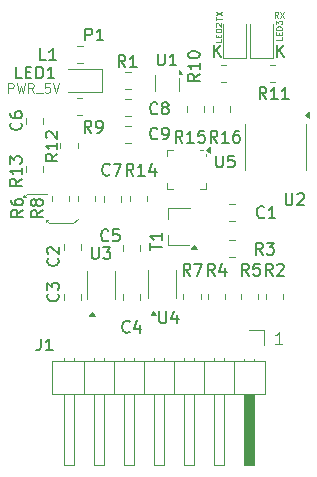
<source format=gbr>
%TF.GenerationSoftware,KiCad,Pcbnew,9.0.4*%
%TF.CreationDate,2025-09-03T14:58:50+05:30*%
%TF.ProjectId,usb-c serieal kicad,7573622d-6320-4736-9572-6965616c206b,rev?*%
%TF.SameCoordinates,Original*%
%TF.FileFunction,Legend,Top*%
%TF.FilePolarity,Positive*%
%FSLAX46Y46*%
G04 Gerber Fmt 4.6, Leading zero omitted, Abs format (unit mm)*
G04 Created by KiCad (PCBNEW 9.0.4) date 2025-09-03 14:58:50*
%MOMM*%
%LPD*%
G01*
G04 APERTURE LIST*
%ADD10C,0.100000*%
%ADD11C,0.200000*%
%ADD12C,0.062500*%
%ADD13C,0.125000*%
%ADD14C,0.150000*%
%ADD15C,0.120000*%
G04 APERTURE END LIST*
D10*
X122249814Y-134741263D02*
X123937918Y-134741263D01*
X126130498Y-137165912D02*
X126586748Y-136845912D01*
X124082998Y-137165912D02*
X126130498Y-137165912D01*
X121950000Y-135000000D02*
X122249814Y-134741263D01*
X122119516Y-135000000D02*
X121950000Y-135000000D01*
X121941081Y-134985349D02*
X122004959Y-134830482D01*
X123844056Y-136879564D02*
X124040460Y-136912730D01*
X123844056Y-136879564D02*
X124082998Y-137165912D01*
X121950000Y-135000000D02*
X122119516Y-135000000D01*
X123844056Y-136879564D02*
X123844056Y-137099687D01*
D11*
X143429673Y-123123765D02*
X143429673Y-122123765D01*
X144001101Y-123123765D02*
X143572530Y-122552336D01*
X144001101Y-122123765D02*
X143429673Y-122695193D01*
X138057541Y-123123765D02*
X138057541Y-122123765D01*
X138628969Y-123123765D02*
X138200398Y-122552336D01*
X138628969Y-122123765D02*
X138057541Y-122695193D01*
D12*
X138238904Y-119999130D02*
X138238904Y-119713416D01*
X138738904Y-119856273D02*
X138238904Y-119856273D01*
X138238904Y-119594369D02*
X138738904Y-119261036D01*
X138238904Y-119261036D02*
X138738904Y-119594369D01*
D13*
X143844140Y-147371119D02*
X143272712Y-147371119D01*
X143558426Y-147371119D02*
X143558426Y-146371119D01*
X143558426Y-146371119D02*
X143463188Y-146513976D01*
X143463188Y-146513976D02*
X143367950Y-146609214D01*
X143367950Y-146609214D02*
X143272712Y-146656833D01*
D12*
X143495879Y-119781283D02*
X143329213Y-119543188D01*
X143210165Y-119781283D02*
X143210165Y-119281283D01*
X143210165Y-119281283D02*
X143400641Y-119281283D01*
X143400641Y-119281283D02*
X143448260Y-119305093D01*
X143448260Y-119305093D02*
X143472070Y-119328902D01*
X143472070Y-119328902D02*
X143495879Y-119376521D01*
X143495879Y-119376521D02*
X143495879Y-119447950D01*
X143495879Y-119447950D02*
X143472070Y-119495569D01*
X143472070Y-119495569D02*
X143448260Y-119519378D01*
X143448260Y-119519378D02*
X143400641Y-119543188D01*
X143400641Y-119543188D02*
X143210165Y-119543188D01*
X143662546Y-119281283D02*
X143995879Y-119781283D01*
X143995879Y-119281283D02*
X143662546Y-119781283D01*
D10*
X120644133Y-126123010D02*
X120644133Y-125323010D01*
X120644133Y-125323010D02*
X120948895Y-125323010D01*
X120948895Y-125323010D02*
X121025085Y-125361105D01*
X121025085Y-125361105D02*
X121063180Y-125399200D01*
X121063180Y-125399200D02*
X121101276Y-125475391D01*
X121101276Y-125475391D02*
X121101276Y-125589676D01*
X121101276Y-125589676D02*
X121063180Y-125665867D01*
X121063180Y-125665867D02*
X121025085Y-125703962D01*
X121025085Y-125703962D02*
X120948895Y-125742057D01*
X120948895Y-125742057D02*
X120644133Y-125742057D01*
X121367942Y-125323010D02*
X121558418Y-126123010D01*
X121558418Y-126123010D02*
X121710799Y-125551581D01*
X121710799Y-125551581D02*
X121863180Y-126123010D01*
X121863180Y-126123010D02*
X122053657Y-125323010D01*
X122815562Y-126123010D02*
X122548895Y-125742057D01*
X122358419Y-126123010D02*
X122358419Y-125323010D01*
X122358419Y-125323010D02*
X122663181Y-125323010D01*
X122663181Y-125323010D02*
X122739371Y-125361105D01*
X122739371Y-125361105D02*
X122777466Y-125399200D01*
X122777466Y-125399200D02*
X122815562Y-125475391D01*
X122815562Y-125475391D02*
X122815562Y-125589676D01*
X122815562Y-125589676D02*
X122777466Y-125665867D01*
X122777466Y-125665867D02*
X122739371Y-125703962D01*
X122739371Y-125703962D02*
X122663181Y-125742057D01*
X122663181Y-125742057D02*
X122358419Y-125742057D01*
X122967943Y-126199200D02*
X123577466Y-126199200D01*
X124148895Y-125323010D02*
X123767943Y-125323010D01*
X123767943Y-125323010D02*
X123729847Y-125703962D01*
X123729847Y-125703962D02*
X123767943Y-125665867D01*
X123767943Y-125665867D02*
X123844133Y-125627772D01*
X123844133Y-125627772D02*
X124034609Y-125627772D01*
X124034609Y-125627772D02*
X124110800Y-125665867D01*
X124110800Y-125665867D02*
X124148895Y-125703962D01*
X124148895Y-125703962D02*
X124186990Y-125780153D01*
X124186990Y-125780153D02*
X124186990Y-125970629D01*
X124186990Y-125970629D02*
X124148895Y-126046819D01*
X124148895Y-126046819D02*
X124110800Y-126084915D01*
X124110800Y-126084915D02*
X124034609Y-126123010D01*
X124034609Y-126123010D02*
X123844133Y-126123010D01*
X123844133Y-126123010D02*
X123767943Y-126084915D01*
X123767943Y-126084915D02*
X123729847Y-126046819D01*
X124415562Y-125323010D02*
X124682229Y-126123010D01*
X124682229Y-126123010D02*
X124948895Y-125323010D01*
D14*
X127182350Y-121700869D02*
X127182350Y-120700869D01*
X127182350Y-120700869D02*
X127563302Y-120700869D01*
X127563302Y-120700869D02*
X127658540Y-120748488D01*
X127658540Y-120748488D02*
X127706159Y-120796107D01*
X127706159Y-120796107D02*
X127753778Y-120891345D01*
X127753778Y-120891345D02*
X127753778Y-121034202D01*
X127753778Y-121034202D02*
X127706159Y-121129440D01*
X127706159Y-121129440D02*
X127658540Y-121177059D01*
X127658540Y-121177059D02*
X127563302Y-121224678D01*
X127563302Y-121224678D02*
X127182350Y-121224678D01*
X128706159Y-121700869D02*
X128134731Y-121700869D01*
X128420445Y-121700869D02*
X128420445Y-120700869D01*
X128420445Y-120700869D02*
X128325207Y-120843726D01*
X128325207Y-120843726D02*
X128229969Y-120938964D01*
X128229969Y-120938964D02*
X128134731Y-120986583D01*
D10*
X138704546Y-121627180D02*
X138704546Y-121865275D01*
X138704546Y-121865275D02*
X138204546Y-121865275D01*
X138442641Y-121460513D02*
X138442641Y-121293846D01*
X138704546Y-121222418D02*
X138704546Y-121460513D01*
X138704546Y-121460513D02*
X138204546Y-121460513D01*
X138204546Y-121460513D02*
X138204546Y-121222418D01*
X138704546Y-121008132D02*
X138204546Y-121008132D01*
X138204546Y-121008132D02*
X138204546Y-120889084D01*
X138204546Y-120889084D02*
X138228356Y-120817656D01*
X138228356Y-120817656D02*
X138275975Y-120770037D01*
X138275975Y-120770037D02*
X138323594Y-120746227D01*
X138323594Y-120746227D02*
X138418832Y-120722418D01*
X138418832Y-120722418D02*
X138490260Y-120722418D01*
X138490260Y-120722418D02*
X138585498Y-120746227D01*
X138585498Y-120746227D02*
X138633117Y-120770037D01*
X138633117Y-120770037D02*
X138680737Y-120817656D01*
X138680737Y-120817656D02*
X138704546Y-120889084D01*
X138704546Y-120889084D02*
X138704546Y-121008132D01*
X138252165Y-120531941D02*
X138228356Y-120508132D01*
X138228356Y-120508132D02*
X138204546Y-120460513D01*
X138204546Y-120460513D02*
X138204546Y-120341465D01*
X138204546Y-120341465D02*
X138228356Y-120293846D01*
X138228356Y-120293846D02*
X138252165Y-120270037D01*
X138252165Y-120270037D02*
X138299784Y-120246227D01*
X138299784Y-120246227D02*
X138347403Y-120246227D01*
X138347403Y-120246227D02*
X138418832Y-120270037D01*
X138418832Y-120270037D02*
X138704546Y-120555751D01*
X138704546Y-120555751D02*
X138704546Y-120246227D01*
D14*
X121804092Y-124932793D02*
X121327902Y-124932793D01*
X121327902Y-124932793D02*
X121327902Y-123932793D01*
X122137426Y-124408983D02*
X122470759Y-124408983D01*
X122613616Y-124932793D02*
X122137426Y-124932793D01*
X122137426Y-124932793D02*
X122137426Y-123932793D01*
X122137426Y-123932793D02*
X122613616Y-123932793D01*
X123042188Y-124932793D02*
X123042188Y-123932793D01*
X123042188Y-123932793D02*
X123280283Y-123932793D01*
X123280283Y-123932793D02*
X123423140Y-123980412D01*
X123423140Y-123980412D02*
X123518378Y-124075650D01*
X123518378Y-124075650D02*
X123565997Y-124170888D01*
X123565997Y-124170888D02*
X123613616Y-124361364D01*
X123613616Y-124361364D02*
X123613616Y-124504221D01*
X123613616Y-124504221D02*
X123565997Y-124694697D01*
X123565997Y-124694697D02*
X123518378Y-124789935D01*
X123518378Y-124789935D02*
X123423140Y-124885174D01*
X123423140Y-124885174D02*
X123280283Y-124932793D01*
X123280283Y-124932793D02*
X123042188Y-124932793D01*
X124565997Y-124932793D02*
X123994569Y-124932793D01*
X124280283Y-124932793D02*
X124280283Y-123932793D01*
X124280283Y-123932793D02*
X124185045Y-124075650D01*
X124185045Y-124075650D02*
X124089807Y-124170888D01*
X124089807Y-124170888D02*
X123994569Y-124218507D01*
X124859580Y-140166666D02*
X124907200Y-140214285D01*
X124907200Y-140214285D02*
X124954819Y-140357142D01*
X124954819Y-140357142D02*
X124954819Y-140452380D01*
X124954819Y-140452380D02*
X124907200Y-140595237D01*
X124907200Y-140595237D02*
X124811961Y-140690475D01*
X124811961Y-140690475D02*
X124716723Y-140738094D01*
X124716723Y-140738094D02*
X124526247Y-140785713D01*
X124526247Y-140785713D02*
X124383390Y-140785713D01*
X124383390Y-140785713D02*
X124192914Y-140738094D01*
X124192914Y-140738094D02*
X124097676Y-140690475D01*
X124097676Y-140690475D02*
X124002438Y-140595237D01*
X124002438Y-140595237D02*
X123954819Y-140452380D01*
X123954819Y-140452380D02*
X123954819Y-140357142D01*
X123954819Y-140357142D02*
X124002438Y-140214285D01*
X124002438Y-140214285D02*
X124050057Y-140166666D01*
X124050057Y-139785713D02*
X124002438Y-139738094D01*
X124002438Y-139738094D02*
X123954819Y-139642856D01*
X123954819Y-139642856D02*
X123954819Y-139404761D01*
X123954819Y-139404761D02*
X124002438Y-139309523D01*
X124002438Y-139309523D02*
X124050057Y-139261904D01*
X124050057Y-139261904D02*
X124145295Y-139214285D01*
X124145295Y-139214285D02*
X124240533Y-139214285D01*
X124240533Y-139214285D02*
X124383390Y-139261904D01*
X124383390Y-139261904D02*
X124954819Y-139833332D01*
X124954819Y-139833332D02*
X124954819Y-139214285D01*
X121784930Y-133429101D02*
X121308739Y-133762434D01*
X121784930Y-134000529D02*
X120784930Y-134000529D01*
X120784930Y-134000529D02*
X120784930Y-133619577D01*
X120784930Y-133619577D02*
X120832549Y-133524339D01*
X120832549Y-133524339D02*
X120880168Y-133476720D01*
X120880168Y-133476720D02*
X120975406Y-133429101D01*
X120975406Y-133429101D02*
X121118263Y-133429101D01*
X121118263Y-133429101D02*
X121213501Y-133476720D01*
X121213501Y-133476720D02*
X121261120Y-133524339D01*
X121261120Y-133524339D02*
X121308739Y-133619577D01*
X121308739Y-133619577D02*
X121308739Y-134000529D01*
X121784930Y-132476720D02*
X121784930Y-133048148D01*
X121784930Y-132762434D02*
X120784930Y-132762434D01*
X120784930Y-132762434D02*
X120927787Y-132857672D01*
X120927787Y-132857672D02*
X121023025Y-132952910D01*
X121023025Y-132952910D02*
X121070644Y-133048148D01*
X120784930Y-132143386D02*
X120784930Y-131524339D01*
X120784930Y-131524339D02*
X121165882Y-131857672D01*
X121165882Y-131857672D02*
X121165882Y-131714815D01*
X121165882Y-131714815D02*
X121213501Y-131619577D01*
X121213501Y-131619577D02*
X121261120Y-131571958D01*
X121261120Y-131571958D02*
X121356358Y-131524339D01*
X121356358Y-131524339D02*
X121594453Y-131524339D01*
X121594453Y-131524339D02*
X121689691Y-131571958D01*
X121689691Y-131571958D02*
X121737311Y-131619577D01*
X121737311Y-131619577D02*
X121784930Y-131714815D01*
X121784930Y-131714815D02*
X121784930Y-132000529D01*
X121784930Y-132000529D02*
X121737311Y-132095767D01*
X121737311Y-132095767D02*
X121689691Y-132143386D01*
X129233333Y-133059580D02*
X129185714Y-133107200D01*
X129185714Y-133107200D02*
X129042857Y-133154819D01*
X129042857Y-133154819D02*
X128947619Y-133154819D01*
X128947619Y-133154819D02*
X128804762Y-133107200D01*
X128804762Y-133107200D02*
X128709524Y-133011961D01*
X128709524Y-133011961D02*
X128661905Y-132916723D01*
X128661905Y-132916723D02*
X128614286Y-132726247D01*
X128614286Y-132726247D02*
X128614286Y-132583390D01*
X128614286Y-132583390D02*
X128661905Y-132392914D01*
X128661905Y-132392914D02*
X128709524Y-132297676D01*
X128709524Y-132297676D02*
X128804762Y-132202438D01*
X128804762Y-132202438D02*
X128947619Y-132154819D01*
X128947619Y-132154819D02*
X129042857Y-132154819D01*
X129042857Y-132154819D02*
X129185714Y-132202438D01*
X129185714Y-132202438D02*
X129233333Y-132250057D01*
X129566667Y-132154819D02*
X130233333Y-132154819D01*
X130233333Y-132154819D02*
X129804762Y-133154819D01*
X133456775Y-144652867D02*
X133456775Y-145462390D01*
X133456775Y-145462390D02*
X133504394Y-145557628D01*
X133504394Y-145557628D02*
X133552013Y-145605248D01*
X133552013Y-145605248D02*
X133647251Y-145652867D01*
X133647251Y-145652867D02*
X133837727Y-145652867D01*
X133837727Y-145652867D02*
X133932965Y-145605248D01*
X133932965Y-145605248D02*
X133980584Y-145557628D01*
X133980584Y-145557628D02*
X134028203Y-145462390D01*
X134028203Y-145462390D02*
X134028203Y-144652867D01*
X134932965Y-144986200D02*
X134932965Y-145652867D01*
X134694870Y-144605248D02*
X134456775Y-145319533D01*
X134456775Y-145319533D02*
X135075822Y-145319533D01*
X143033333Y-141616249D02*
X142700000Y-141140058D01*
X142461905Y-141616249D02*
X142461905Y-140616249D01*
X142461905Y-140616249D02*
X142842857Y-140616249D01*
X142842857Y-140616249D02*
X142938095Y-140663868D01*
X142938095Y-140663868D02*
X142985714Y-140711487D01*
X142985714Y-140711487D02*
X143033333Y-140806725D01*
X143033333Y-140806725D02*
X143033333Y-140949582D01*
X143033333Y-140949582D02*
X142985714Y-141044820D01*
X142985714Y-141044820D02*
X142938095Y-141092439D01*
X142938095Y-141092439D02*
X142842857Y-141140058D01*
X142842857Y-141140058D02*
X142461905Y-141140058D01*
X143414286Y-140711487D02*
X143461905Y-140663868D01*
X143461905Y-140663868D02*
X143557143Y-140616249D01*
X143557143Y-140616249D02*
X143795238Y-140616249D01*
X143795238Y-140616249D02*
X143890476Y-140663868D01*
X143890476Y-140663868D02*
X143938095Y-140711487D01*
X143938095Y-140711487D02*
X143985714Y-140806725D01*
X143985714Y-140806725D02*
X143985714Y-140901963D01*
X143985714Y-140901963D02*
X143938095Y-141044820D01*
X143938095Y-141044820D02*
X143366667Y-141616249D01*
X143366667Y-141616249D02*
X143985714Y-141616249D01*
X124818852Y-131306890D02*
X124342661Y-131640223D01*
X124818852Y-131878318D02*
X123818852Y-131878318D01*
X123818852Y-131878318D02*
X123818852Y-131497366D01*
X123818852Y-131497366D02*
X123866471Y-131402128D01*
X123866471Y-131402128D02*
X123914090Y-131354509D01*
X123914090Y-131354509D02*
X124009328Y-131306890D01*
X124009328Y-131306890D02*
X124152185Y-131306890D01*
X124152185Y-131306890D02*
X124247423Y-131354509D01*
X124247423Y-131354509D02*
X124295042Y-131402128D01*
X124295042Y-131402128D02*
X124342661Y-131497366D01*
X124342661Y-131497366D02*
X124342661Y-131878318D01*
X124818852Y-130354509D02*
X124818852Y-130925937D01*
X124818852Y-130640223D02*
X123818852Y-130640223D01*
X123818852Y-130640223D02*
X123961709Y-130735461D01*
X123961709Y-130735461D02*
X124056947Y-130830699D01*
X124056947Y-130830699D02*
X124104566Y-130925937D01*
X123914090Y-129973556D02*
X123866471Y-129925937D01*
X123866471Y-129925937D02*
X123818852Y-129830699D01*
X123818852Y-129830699D02*
X123818852Y-129592604D01*
X123818852Y-129592604D02*
X123866471Y-129497366D01*
X123866471Y-129497366D02*
X123914090Y-129449747D01*
X123914090Y-129449747D02*
X124009328Y-129402128D01*
X124009328Y-129402128D02*
X124104566Y-129402128D01*
X124104566Y-129402128D02*
X124247423Y-129449747D01*
X124247423Y-129449747D02*
X124818852Y-130021175D01*
X124818852Y-130021175D02*
X124818852Y-129402128D01*
D10*
X143824994Y-121429968D02*
X143824994Y-121668063D01*
X143824994Y-121668063D02*
X143324994Y-121668063D01*
X143563089Y-121263301D02*
X143563089Y-121096634D01*
X143824994Y-121025206D02*
X143824994Y-121263301D01*
X143824994Y-121263301D02*
X143324994Y-121263301D01*
X143324994Y-121263301D02*
X143324994Y-121025206D01*
X143824994Y-120810920D02*
X143324994Y-120810920D01*
X143324994Y-120810920D02*
X143324994Y-120691872D01*
X143324994Y-120691872D02*
X143348804Y-120620444D01*
X143348804Y-120620444D02*
X143396423Y-120572825D01*
X143396423Y-120572825D02*
X143444042Y-120549015D01*
X143444042Y-120549015D02*
X143539280Y-120525206D01*
X143539280Y-120525206D02*
X143610708Y-120525206D01*
X143610708Y-120525206D02*
X143705946Y-120549015D01*
X143705946Y-120549015D02*
X143753565Y-120572825D01*
X143753565Y-120572825D02*
X143801185Y-120620444D01*
X143801185Y-120620444D02*
X143824994Y-120691872D01*
X143824994Y-120691872D02*
X143824994Y-120810920D01*
X143324994Y-120358539D02*
X143324994Y-120049015D01*
X143324994Y-120049015D02*
X143515470Y-120215682D01*
X143515470Y-120215682D02*
X143515470Y-120144253D01*
X143515470Y-120144253D02*
X143539280Y-120096634D01*
X143539280Y-120096634D02*
X143563089Y-120072825D01*
X143563089Y-120072825D02*
X143610708Y-120049015D01*
X143610708Y-120049015D02*
X143729756Y-120049015D01*
X143729756Y-120049015D02*
X143777375Y-120072825D01*
X143777375Y-120072825D02*
X143801185Y-120096634D01*
X143801185Y-120096634D02*
X143824994Y-120144253D01*
X143824994Y-120144253D02*
X143824994Y-120287110D01*
X143824994Y-120287110D02*
X143801185Y-120334729D01*
X143801185Y-120334729D02*
X143777375Y-120358539D01*
D14*
X136857049Y-124542857D02*
X136380858Y-124876190D01*
X136857049Y-125114285D02*
X135857049Y-125114285D01*
X135857049Y-125114285D02*
X135857049Y-124733333D01*
X135857049Y-124733333D02*
X135904668Y-124638095D01*
X135904668Y-124638095D02*
X135952287Y-124590476D01*
X135952287Y-124590476D02*
X136047525Y-124542857D01*
X136047525Y-124542857D02*
X136190382Y-124542857D01*
X136190382Y-124542857D02*
X136285620Y-124590476D01*
X136285620Y-124590476D02*
X136333239Y-124638095D01*
X136333239Y-124638095D02*
X136380858Y-124733333D01*
X136380858Y-124733333D02*
X136380858Y-125114285D01*
X136857049Y-123590476D02*
X136857049Y-124161904D01*
X136857049Y-123876190D02*
X135857049Y-123876190D01*
X135857049Y-123876190D02*
X135999906Y-123971428D01*
X135999906Y-123971428D02*
X136095144Y-124066666D01*
X136095144Y-124066666D02*
X136142763Y-124161904D01*
X135857049Y-122971428D02*
X135857049Y-122876190D01*
X135857049Y-122876190D02*
X135904668Y-122780952D01*
X135904668Y-122780952D02*
X135952287Y-122733333D01*
X135952287Y-122733333D02*
X136047525Y-122685714D01*
X136047525Y-122685714D02*
X136238001Y-122638095D01*
X136238001Y-122638095D02*
X136476096Y-122638095D01*
X136476096Y-122638095D02*
X136666572Y-122685714D01*
X136666572Y-122685714D02*
X136761810Y-122733333D01*
X136761810Y-122733333D02*
X136809430Y-122780952D01*
X136809430Y-122780952D02*
X136857049Y-122876190D01*
X136857049Y-122876190D02*
X136857049Y-122971428D01*
X136857049Y-122971428D02*
X136809430Y-123066666D01*
X136809430Y-123066666D02*
X136761810Y-123114285D01*
X136761810Y-123114285D02*
X136666572Y-123161904D01*
X136666572Y-123161904D02*
X136476096Y-123209523D01*
X136476096Y-123209523D02*
X136238001Y-123209523D01*
X136238001Y-123209523D02*
X136047525Y-123161904D01*
X136047525Y-123161904D02*
X135952287Y-123114285D01*
X135952287Y-123114285D02*
X135904668Y-123066666D01*
X135904668Y-123066666D02*
X135857049Y-122971428D01*
X133273296Y-127859580D02*
X133225677Y-127907200D01*
X133225677Y-127907200D02*
X133082820Y-127954819D01*
X133082820Y-127954819D02*
X132987582Y-127954819D01*
X132987582Y-127954819D02*
X132844725Y-127907200D01*
X132844725Y-127907200D02*
X132749487Y-127811961D01*
X132749487Y-127811961D02*
X132701868Y-127716723D01*
X132701868Y-127716723D02*
X132654249Y-127526247D01*
X132654249Y-127526247D02*
X132654249Y-127383390D01*
X132654249Y-127383390D02*
X132701868Y-127192914D01*
X132701868Y-127192914D02*
X132749487Y-127097676D01*
X132749487Y-127097676D02*
X132844725Y-127002438D01*
X132844725Y-127002438D02*
X132987582Y-126954819D01*
X132987582Y-126954819D02*
X133082820Y-126954819D01*
X133082820Y-126954819D02*
X133225677Y-127002438D01*
X133225677Y-127002438D02*
X133273296Y-127050057D01*
X133844725Y-127383390D02*
X133749487Y-127335771D01*
X133749487Y-127335771D02*
X133701868Y-127288152D01*
X133701868Y-127288152D02*
X133654249Y-127192914D01*
X133654249Y-127192914D02*
X133654249Y-127145295D01*
X133654249Y-127145295D02*
X133701868Y-127050057D01*
X133701868Y-127050057D02*
X133749487Y-127002438D01*
X133749487Y-127002438D02*
X133844725Y-126954819D01*
X133844725Y-126954819D02*
X134035201Y-126954819D01*
X134035201Y-126954819D02*
X134130439Y-127002438D01*
X134130439Y-127002438D02*
X134178058Y-127050057D01*
X134178058Y-127050057D02*
X134225677Y-127145295D01*
X134225677Y-127145295D02*
X134225677Y-127192914D01*
X134225677Y-127192914D02*
X134178058Y-127288152D01*
X134178058Y-127288152D02*
X134130439Y-127335771D01*
X134130439Y-127335771D02*
X134035201Y-127383390D01*
X134035201Y-127383390D02*
X133844725Y-127383390D01*
X133844725Y-127383390D02*
X133749487Y-127431009D01*
X133749487Y-127431009D02*
X133701868Y-127478628D01*
X133701868Y-127478628D02*
X133654249Y-127573866D01*
X133654249Y-127573866D02*
X133654249Y-127764342D01*
X133654249Y-127764342D02*
X133701868Y-127859580D01*
X133701868Y-127859580D02*
X133749487Y-127907200D01*
X133749487Y-127907200D02*
X133844725Y-127954819D01*
X133844725Y-127954819D02*
X134035201Y-127954819D01*
X134035201Y-127954819D02*
X134130439Y-127907200D01*
X134130439Y-127907200D02*
X134178058Y-127859580D01*
X134178058Y-127859580D02*
X134225677Y-127764342D01*
X134225677Y-127764342D02*
X134225677Y-127573866D01*
X134225677Y-127573866D02*
X134178058Y-127478628D01*
X134178058Y-127478628D02*
X134130439Y-127431009D01*
X134130439Y-127431009D02*
X134035201Y-127383390D01*
X123416666Y-146954819D02*
X123416666Y-147669104D01*
X123416666Y-147669104D02*
X123369047Y-147811961D01*
X123369047Y-147811961D02*
X123273809Y-147907200D01*
X123273809Y-147907200D02*
X123130952Y-147954819D01*
X123130952Y-147954819D02*
X123035714Y-147954819D01*
X124416666Y-147954819D02*
X123845238Y-147954819D01*
X124130952Y-147954819D02*
X124130952Y-146954819D01*
X124130952Y-146954819D02*
X124035714Y-147097676D01*
X124035714Y-147097676D02*
X123940476Y-147192914D01*
X123940476Y-147192914D02*
X123845238Y-147240533D01*
X130933333Y-146359580D02*
X130885714Y-146407200D01*
X130885714Y-146407200D02*
X130742857Y-146454819D01*
X130742857Y-146454819D02*
X130647619Y-146454819D01*
X130647619Y-146454819D02*
X130504762Y-146407200D01*
X130504762Y-146407200D02*
X130409524Y-146311961D01*
X130409524Y-146311961D02*
X130361905Y-146216723D01*
X130361905Y-146216723D02*
X130314286Y-146026247D01*
X130314286Y-146026247D02*
X130314286Y-145883390D01*
X130314286Y-145883390D02*
X130361905Y-145692914D01*
X130361905Y-145692914D02*
X130409524Y-145597676D01*
X130409524Y-145597676D02*
X130504762Y-145502438D01*
X130504762Y-145502438D02*
X130647619Y-145454819D01*
X130647619Y-145454819D02*
X130742857Y-145454819D01*
X130742857Y-145454819D02*
X130885714Y-145502438D01*
X130885714Y-145502438D02*
X130933333Y-145550057D01*
X131790476Y-145788152D02*
X131790476Y-146454819D01*
X131552381Y-145407200D02*
X131314286Y-146121485D01*
X131314286Y-146121485D02*
X131933333Y-146121485D01*
X138359373Y-130364576D02*
X138026040Y-129888385D01*
X137787945Y-130364576D02*
X137787945Y-129364576D01*
X137787945Y-129364576D02*
X138168897Y-129364576D01*
X138168897Y-129364576D02*
X138264135Y-129412195D01*
X138264135Y-129412195D02*
X138311754Y-129459814D01*
X138311754Y-129459814D02*
X138359373Y-129555052D01*
X138359373Y-129555052D02*
X138359373Y-129697909D01*
X138359373Y-129697909D02*
X138311754Y-129793147D01*
X138311754Y-129793147D02*
X138264135Y-129840766D01*
X138264135Y-129840766D02*
X138168897Y-129888385D01*
X138168897Y-129888385D02*
X137787945Y-129888385D01*
X139311754Y-130364576D02*
X138740326Y-130364576D01*
X139026040Y-130364576D02*
X139026040Y-129364576D01*
X139026040Y-129364576D02*
X138930802Y-129507433D01*
X138930802Y-129507433D02*
X138835564Y-129602671D01*
X138835564Y-129602671D02*
X138740326Y-129650290D01*
X140168897Y-129364576D02*
X139978421Y-129364576D01*
X139978421Y-129364576D02*
X139883183Y-129412195D01*
X139883183Y-129412195D02*
X139835564Y-129459814D01*
X139835564Y-129459814D02*
X139740326Y-129602671D01*
X139740326Y-129602671D02*
X139692707Y-129793147D01*
X139692707Y-129793147D02*
X139692707Y-130174099D01*
X139692707Y-130174099D02*
X139740326Y-130269337D01*
X139740326Y-130269337D02*
X139787945Y-130316957D01*
X139787945Y-130316957D02*
X139883183Y-130364576D01*
X139883183Y-130364576D02*
X140073659Y-130364576D01*
X140073659Y-130364576D02*
X140168897Y-130316957D01*
X140168897Y-130316957D02*
X140216516Y-130269337D01*
X140216516Y-130269337D02*
X140264135Y-130174099D01*
X140264135Y-130174099D02*
X140264135Y-129936004D01*
X140264135Y-129936004D02*
X140216516Y-129840766D01*
X140216516Y-129840766D02*
X140168897Y-129793147D01*
X140168897Y-129793147D02*
X140073659Y-129745528D01*
X140073659Y-129745528D02*
X139883183Y-129745528D01*
X139883183Y-129745528D02*
X139787945Y-129793147D01*
X139787945Y-129793147D02*
X139740326Y-129840766D01*
X139740326Y-129840766D02*
X139692707Y-129936004D01*
X135403425Y-130364576D02*
X135070092Y-129888385D01*
X134831997Y-130364576D02*
X134831997Y-129364576D01*
X134831997Y-129364576D02*
X135212949Y-129364576D01*
X135212949Y-129364576D02*
X135308187Y-129412195D01*
X135308187Y-129412195D02*
X135355806Y-129459814D01*
X135355806Y-129459814D02*
X135403425Y-129555052D01*
X135403425Y-129555052D02*
X135403425Y-129697909D01*
X135403425Y-129697909D02*
X135355806Y-129793147D01*
X135355806Y-129793147D02*
X135308187Y-129840766D01*
X135308187Y-129840766D02*
X135212949Y-129888385D01*
X135212949Y-129888385D02*
X134831997Y-129888385D01*
X136355806Y-130364576D02*
X135784378Y-130364576D01*
X136070092Y-130364576D02*
X136070092Y-129364576D01*
X136070092Y-129364576D02*
X135974854Y-129507433D01*
X135974854Y-129507433D02*
X135879616Y-129602671D01*
X135879616Y-129602671D02*
X135784378Y-129650290D01*
X137260568Y-129364576D02*
X136784378Y-129364576D01*
X136784378Y-129364576D02*
X136736759Y-129840766D01*
X136736759Y-129840766D02*
X136784378Y-129793147D01*
X136784378Y-129793147D02*
X136879616Y-129745528D01*
X136879616Y-129745528D02*
X137117711Y-129745528D01*
X137117711Y-129745528D02*
X137212949Y-129793147D01*
X137212949Y-129793147D02*
X137260568Y-129840766D01*
X137260568Y-129840766D02*
X137308187Y-129936004D01*
X137308187Y-129936004D02*
X137308187Y-130174099D01*
X137308187Y-130174099D02*
X137260568Y-130269337D01*
X137260568Y-130269337D02*
X137212949Y-130316957D01*
X137212949Y-130316957D02*
X137117711Y-130364576D01*
X137117711Y-130364576D02*
X136879616Y-130364576D01*
X136879616Y-130364576D02*
X136784378Y-130316957D01*
X136784378Y-130316957D02*
X136736759Y-130269337D01*
X121709691Y-128675846D02*
X121757311Y-128723465D01*
X121757311Y-128723465D02*
X121804930Y-128866322D01*
X121804930Y-128866322D02*
X121804930Y-128961560D01*
X121804930Y-128961560D02*
X121757311Y-129104417D01*
X121757311Y-129104417D02*
X121662072Y-129199655D01*
X121662072Y-129199655D02*
X121566834Y-129247274D01*
X121566834Y-129247274D02*
X121376358Y-129294893D01*
X121376358Y-129294893D02*
X121233501Y-129294893D01*
X121233501Y-129294893D02*
X121043025Y-129247274D01*
X121043025Y-129247274D02*
X120947787Y-129199655D01*
X120947787Y-129199655D02*
X120852549Y-129104417D01*
X120852549Y-129104417D02*
X120804930Y-128961560D01*
X120804930Y-128961560D02*
X120804930Y-128866322D01*
X120804930Y-128866322D02*
X120852549Y-128723465D01*
X120852549Y-128723465D02*
X120900168Y-128675846D01*
X120804930Y-127818703D02*
X120804930Y-128009179D01*
X120804930Y-128009179D02*
X120852549Y-128104417D01*
X120852549Y-128104417D02*
X120900168Y-128152036D01*
X120900168Y-128152036D02*
X121043025Y-128247274D01*
X121043025Y-128247274D02*
X121233501Y-128294893D01*
X121233501Y-128294893D02*
X121614453Y-128294893D01*
X121614453Y-128294893D02*
X121709691Y-128247274D01*
X121709691Y-128247274D02*
X121757311Y-128199655D01*
X121757311Y-128199655D02*
X121804930Y-128104417D01*
X121804930Y-128104417D02*
X121804930Y-127913941D01*
X121804930Y-127913941D02*
X121757311Y-127818703D01*
X121757311Y-127818703D02*
X121709691Y-127771084D01*
X121709691Y-127771084D02*
X121614453Y-127723465D01*
X121614453Y-127723465D02*
X121376358Y-127723465D01*
X121376358Y-127723465D02*
X121281120Y-127771084D01*
X121281120Y-127771084D02*
X121233501Y-127818703D01*
X121233501Y-127818703D02*
X121185882Y-127913941D01*
X121185882Y-127913941D02*
X121185882Y-128104417D01*
X121185882Y-128104417D02*
X121233501Y-128199655D01*
X121233501Y-128199655D02*
X121281120Y-128247274D01*
X121281120Y-128247274D02*
X121376358Y-128294893D01*
X123844298Y-123369549D02*
X123368108Y-123369549D01*
X123368108Y-123369549D02*
X123368108Y-122369549D01*
X124701441Y-123369549D02*
X124130013Y-123369549D01*
X124415727Y-123369549D02*
X124415727Y-122369549D01*
X124415727Y-122369549D02*
X124320489Y-122512406D01*
X124320489Y-122512406D02*
X124225251Y-122607644D01*
X124225251Y-122607644D02*
X124130013Y-122655263D01*
X131257142Y-133154819D02*
X130923809Y-132678628D01*
X130685714Y-133154819D02*
X130685714Y-132154819D01*
X130685714Y-132154819D02*
X131066666Y-132154819D01*
X131066666Y-132154819D02*
X131161904Y-132202438D01*
X131161904Y-132202438D02*
X131209523Y-132250057D01*
X131209523Y-132250057D02*
X131257142Y-132345295D01*
X131257142Y-132345295D02*
X131257142Y-132488152D01*
X131257142Y-132488152D02*
X131209523Y-132583390D01*
X131209523Y-132583390D02*
X131161904Y-132631009D01*
X131161904Y-132631009D02*
X131066666Y-132678628D01*
X131066666Y-132678628D02*
X130685714Y-132678628D01*
X132209523Y-133154819D02*
X131638095Y-133154819D01*
X131923809Y-133154819D02*
X131923809Y-132154819D01*
X131923809Y-132154819D02*
X131828571Y-132297676D01*
X131828571Y-132297676D02*
X131733333Y-132392914D01*
X131733333Y-132392914D02*
X131638095Y-132440533D01*
X133066666Y-132488152D02*
X133066666Y-133154819D01*
X132828571Y-132107200D02*
X132590476Y-132821485D01*
X132590476Y-132821485D02*
X133209523Y-132821485D01*
X142204503Y-139839813D02*
X141871170Y-139363622D01*
X141633075Y-139839813D02*
X141633075Y-138839813D01*
X141633075Y-138839813D02*
X142014027Y-138839813D01*
X142014027Y-138839813D02*
X142109265Y-138887432D01*
X142109265Y-138887432D02*
X142156884Y-138935051D01*
X142156884Y-138935051D02*
X142204503Y-139030289D01*
X142204503Y-139030289D02*
X142204503Y-139173146D01*
X142204503Y-139173146D02*
X142156884Y-139268384D01*
X142156884Y-139268384D02*
X142109265Y-139316003D01*
X142109265Y-139316003D02*
X142014027Y-139363622D01*
X142014027Y-139363622D02*
X141633075Y-139363622D01*
X142537837Y-138839813D02*
X143156884Y-138839813D01*
X143156884Y-138839813D02*
X142823551Y-139220765D01*
X142823551Y-139220765D02*
X142966408Y-139220765D01*
X142966408Y-139220765D02*
X143061646Y-139268384D01*
X143061646Y-139268384D02*
X143109265Y-139316003D01*
X143109265Y-139316003D02*
X143156884Y-139411241D01*
X143156884Y-139411241D02*
X143156884Y-139649336D01*
X143156884Y-139649336D02*
X143109265Y-139744574D01*
X143109265Y-139744574D02*
X143061646Y-139792194D01*
X143061646Y-139792194D02*
X142966408Y-139839813D01*
X142966408Y-139839813D02*
X142680694Y-139839813D01*
X142680694Y-139839813D02*
X142585456Y-139792194D01*
X142585456Y-139792194D02*
X142537837Y-139744574D01*
X144138095Y-134654819D02*
X144138095Y-135464342D01*
X144138095Y-135464342D02*
X144185714Y-135559580D01*
X144185714Y-135559580D02*
X144233333Y-135607200D01*
X144233333Y-135607200D02*
X144328571Y-135654819D01*
X144328571Y-135654819D02*
X144519047Y-135654819D01*
X144519047Y-135654819D02*
X144614285Y-135607200D01*
X144614285Y-135607200D02*
X144661904Y-135559580D01*
X144661904Y-135559580D02*
X144709523Y-135464342D01*
X144709523Y-135464342D02*
X144709523Y-134654819D01*
X145138095Y-134750057D02*
X145185714Y-134702438D01*
X145185714Y-134702438D02*
X145280952Y-134654819D01*
X145280952Y-134654819D02*
X145519047Y-134654819D01*
X145519047Y-134654819D02*
X145614285Y-134702438D01*
X145614285Y-134702438D02*
X145661904Y-134750057D01*
X145661904Y-134750057D02*
X145709523Y-134845295D01*
X145709523Y-134845295D02*
X145709523Y-134940533D01*
X145709523Y-134940533D02*
X145661904Y-135083390D01*
X145661904Y-135083390D02*
X145090476Y-135654819D01*
X145090476Y-135654819D02*
X145709523Y-135654819D01*
X141028687Y-141616249D02*
X140695354Y-141140058D01*
X140457259Y-141616249D02*
X140457259Y-140616249D01*
X140457259Y-140616249D02*
X140838211Y-140616249D01*
X140838211Y-140616249D02*
X140933449Y-140663868D01*
X140933449Y-140663868D02*
X140981068Y-140711487D01*
X140981068Y-140711487D02*
X141028687Y-140806725D01*
X141028687Y-140806725D02*
X141028687Y-140949582D01*
X141028687Y-140949582D02*
X140981068Y-141044820D01*
X140981068Y-141044820D02*
X140933449Y-141092439D01*
X140933449Y-141092439D02*
X140838211Y-141140058D01*
X140838211Y-141140058D02*
X140457259Y-141140058D01*
X141933449Y-140616249D02*
X141457259Y-140616249D01*
X141457259Y-140616249D02*
X141409640Y-141092439D01*
X141409640Y-141092439D02*
X141457259Y-141044820D01*
X141457259Y-141044820D02*
X141552497Y-140997201D01*
X141552497Y-140997201D02*
X141790592Y-140997201D01*
X141790592Y-140997201D02*
X141885830Y-141044820D01*
X141885830Y-141044820D02*
X141933449Y-141092439D01*
X141933449Y-141092439D02*
X141981068Y-141187677D01*
X141981068Y-141187677D02*
X141981068Y-141425772D01*
X141981068Y-141425772D02*
X141933449Y-141521010D01*
X141933449Y-141521010D02*
X141885830Y-141568630D01*
X141885830Y-141568630D02*
X141790592Y-141616249D01*
X141790592Y-141616249D02*
X141552497Y-141616249D01*
X141552497Y-141616249D02*
X141457259Y-141568630D01*
X141457259Y-141568630D02*
X141409640Y-141521010D01*
X133273296Y-129999170D02*
X133225677Y-130046790D01*
X133225677Y-130046790D02*
X133082820Y-130094409D01*
X133082820Y-130094409D02*
X132987582Y-130094409D01*
X132987582Y-130094409D02*
X132844725Y-130046790D01*
X132844725Y-130046790D02*
X132749487Y-129951551D01*
X132749487Y-129951551D02*
X132701868Y-129856313D01*
X132701868Y-129856313D02*
X132654249Y-129665837D01*
X132654249Y-129665837D02*
X132654249Y-129522980D01*
X132654249Y-129522980D02*
X132701868Y-129332504D01*
X132701868Y-129332504D02*
X132749487Y-129237266D01*
X132749487Y-129237266D02*
X132844725Y-129142028D01*
X132844725Y-129142028D02*
X132987582Y-129094409D01*
X132987582Y-129094409D02*
X133082820Y-129094409D01*
X133082820Y-129094409D02*
X133225677Y-129142028D01*
X133225677Y-129142028D02*
X133273296Y-129189647D01*
X133749487Y-130094409D02*
X133939963Y-130094409D01*
X133939963Y-130094409D02*
X134035201Y-130046790D01*
X134035201Y-130046790D02*
X134082820Y-129999170D01*
X134082820Y-129999170D02*
X134178058Y-129856313D01*
X134178058Y-129856313D02*
X134225677Y-129665837D01*
X134225677Y-129665837D02*
X134225677Y-129284885D01*
X134225677Y-129284885D02*
X134178058Y-129189647D01*
X134178058Y-129189647D02*
X134130439Y-129142028D01*
X134130439Y-129142028D02*
X134035201Y-129094409D01*
X134035201Y-129094409D02*
X133844725Y-129094409D01*
X133844725Y-129094409D02*
X133749487Y-129142028D01*
X133749487Y-129142028D02*
X133701868Y-129189647D01*
X133701868Y-129189647D02*
X133654249Y-129284885D01*
X133654249Y-129284885D02*
X133654249Y-129522980D01*
X133654249Y-129522980D02*
X133701868Y-129618218D01*
X133701868Y-129618218D02*
X133749487Y-129665837D01*
X133749487Y-129665837D02*
X133844725Y-129713456D01*
X133844725Y-129713456D02*
X134035201Y-129713456D01*
X134035201Y-129713456D02*
X134130439Y-129665837D01*
X134130439Y-129665837D02*
X134178058Y-129618218D01*
X134178058Y-129618218D02*
X134225677Y-129522980D01*
X123555097Y-136090829D02*
X123078906Y-136424162D01*
X123555097Y-136662257D02*
X122555097Y-136662257D01*
X122555097Y-136662257D02*
X122555097Y-136281305D01*
X122555097Y-136281305D02*
X122602716Y-136186067D01*
X122602716Y-136186067D02*
X122650335Y-136138448D01*
X122650335Y-136138448D02*
X122745573Y-136090829D01*
X122745573Y-136090829D02*
X122888430Y-136090829D01*
X122888430Y-136090829D02*
X122983668Y-136138448D01*
X122983668Y-136138448D02*
X123031287Y-136186067D01*
X123031287Y-136186067D02*
X123078906Y-136281305D01*
X123078906Y-136281305D02*
X123078906Y-136662257D01*
X122983668Y-135519400D02*
X122936049Y-135614638D01*
X122936049Y-135614638D02*
X122888430Y-135662257D01*
X122888430Y-135662257D02*
X122793192Y-135709876D01*
X122793192Y-135709876D02*
X122745573Y-135709876D01*
X122745573Y-135709876D02*
X122650335Y-135662257D01*
X122650335Y-135662257D02*
X122602716Y-135614638D01*
X122602716Y-135614638D02*
X122555097Y-135519400D01*
X122555097Y-135519400D02*
X122555097Y-135328924D01*
X122555097Y-135328924D02*
X122602716Y-135233686D01*
X122602716Y-135233686D02*
X122650335Y-135186067D01*
X122650335Y-135186067D02*
X122745573Y-135138448D01*
X122745573Y-135138448D02*
X122793192Y-135138448D01*
X122793192Y-135138448D02*
X122888430Y-135186067D01*
X122888430Y-135186067D02*
X122936049Y-135233686D01*
X122936049Y-135233686D02*
X122983668Y-135328924D01*
X122983668Y-135328924D02*
X122983668Y-135519400D01*
X122983668Y-135519400D02*
X123031287Y-135614638D01*
X123031287Y-135614638D02*
X123078906Y-135662257D01*
X123078906Y-135662257D02*
X123174144Y-135709876D01*
X123174144Y-135709876D02*
X123364620Y-135709876D01*
X123364620Y-135709876D02*
X123459858Y-135662257D01*
X123459858Y-135662257D02*
X123507478Y-135614638D01*
X123507478Y-135614638D02*
X123555097Y-135519400D01*
X123555097Y-135519400D02*
X123555097Y-135328924D01*
X123555097Y-135328924D02*
X123507478Y-135233686D01*
X123507478Y-135233686D02*
X123459858Y-135186067D01*
X123459858Y-135186067D02*
X123364620Y-135138448D01*
X123364620Y-135138448D02*
X123174144Y-135138448D01*
X123174144Y-135138448D02*
X123078906Y-135186067D01*
X123078906Y-135186067D02*
X123031287Y-135233686D01*
X123031287Y-135233686D02*
X122983668Y-135328924D01*
X129124411Y-138622080D02*
X129076792Y-138669700D01*
X129076792Y-138669700D02*
X128933935Y-138717319D01*
X128933935Y-138717319D02*
X128838697Y-138717319D01*
X128838697Y-138717319D02*
X128695840Y-138669700D01*
X128695840Y-138669700D02*
X128600602Y-138574461D01*
X128600602Y-138574461D02*
X128552983Y-138479223D01*
X128552983Y-138479223D02*
X128505364Y-138288747D01*
X128505364Y-138288747D02*
X128505364Y-138145890D01*
X128505364Y-138145890D02*
X128552983Y-137955414D01*
X128552983Y-137955414D02*
X128600602Y-137860176D01*
X128600602Y-137860176D02*
X128695840Y-137764938D01*
X128695840Y-137764938D02*
X128838697Y-137717319D01*
X128838697Y-137717319D02*
X128933935Y-137717319D01*
X128933935Y-137717319D02*
X129076792Y-137764938D01*
X129076792Y-137764938D02*
X129124411Y-137812557D01*
X130029173Y-137717319D02*
X129552983Y-137717319D01*
X129552983Y-137717319D02*
X129505364Y-138193509D01*
X129505364Y-138193509D02*
X129552983Y-138145890D01*
X129552983Y-138145890D02*
X129648221Y-138098271D01*
X129648221Y-138098271D02*
X129886316Y-138098271D01*
X129886316Y-138098271D02*
X129981554Y-138145890D01*
X129981554Y-138145890D02*
X130029173Y-138193509D01*
X130029173Y-138193509D02*
X130076792Y-138288747D01*
X130076792Y-138288747D02*
X130076792Y-138526842D01*
X130076792Y-138526842D02*
X130029173Y-138622080D01*
X130029173Y-138622080D02*
X129981554Y-138669700D01*
X129981554Y-138669700D02*
X129886316Y-138717319D01*
X129886316Y-138717319D02*
X129648221Y-138717319D01*
X129648221Y-138717319D02*
X129552983Y-138669700D01*
X129552983Y-138669700D02*
X129505364Y-138622080D01*
X127738095Y-139204819D02*
X127738095Y-140014342D01*
X127738095Y-140014342D02*
X127785714Y-140109580D01*
X127785714Y-140109580D02*
X127833333Y-140157200D01*
X127833333Y-140157200D02*
X127928571Y-140204819D01*
X127928571Y-140204819D02*
X128119047Y-140204819D01*
X128119047Y-140204819D02*
X128214285Y-140157200D01*
X128214285Y-140157200D02*
X128261904Y-140109580D01*
X128261904Y-140109580D02*
X128309523Y-140014342D01*
X128309523Y-140014342D02*
X128309523Y-139204819D01*
X128690476Y-139204819D02*
X129309523Y-139204819D01*
X129309523Y-139204819D02*
X128976190Y-139585771D01*
X128976190Y-139585771D02*
X129119047Y-139585771D01*
X129119047Y-139585771D02*
X129214285Y-139633390D01*
X129214285Y-139633390D02*
X129261904Y-139681009D01*
X129261904Y-139681009D02*
X129309523Y-139776247D01*
X129309523Y-139776247D02*
X129309523Y-140014342D01*
X129309523Y-140014342D02*
X129261904Y-140109580D01*
X129261904Y-140109580D02*
X129214285Y-140157200D01*
X129214285Y-140157200D02*
X129119047Y-140204819D01*
X129119047Y-140204819D02*
X128833333Y-140204819D01*
X128833333Y-140204819D02*
X128738095Y-140157200D01*
X128738095Y-140157200D02*
X128690476Y-140109580D01*
X142315954Y-136657999D02*
X142268335Y-136705619D01*
X142268335Y-136705619D02*
X142125478Y-136753238D01*
X142125478Y-136753238D02*
X142030240Y-136753238D01*
X142030240Y-136753238D02*
X141887383Y-136705619D01*
X141887383Y-136705619D02*
X141792145Y-136610380D01*
X141792145Y-136610380D02*
X141744526Y-136515142D01*
X141744526Y-136515142D02*
X141696907Y-136324666D01*
X141696907Y-136324666D02*
X141696907Y-136181809D01*
X141696907Y-136181809D02*
X141744526Y-135991333D01*
X141744526Y-135991333D02*
X141792145Y-135896095D01*
X141792145Y-135896095D02*
X141887383Y-135800857D01*
X141887383Y-135800857D02*
X142030240Y-135753238D01*
X142030240Y-135753238D02*
X142125478Y-135753238D01*
X142125478Y-135753238D02*
X142268335Y-135800857D01*
X142268335Y-135800857D02*
X142315954Y-135848476D01*
X143268335Y-136753238D02*
X142696907Y-136753238D01*
X142982621Y-136753238D02*
X142982621Y-135753238D01*
X142982621Y-135753238D02*
X142887383Y-135896095D01*
X142887383Y-135896095D02*
X142792145Y-135991333D01*
X142792145Y-135991333D02*
X142696907Y-136038952D01*
X133317555Y-122820339D02*
X133317555Y-123629862D01*
X133317555Y-123629862D02*
X133365174Y-123725100D01*
X133365174Y-123725100D02*
X133412793Y-123772720D01*
X133412793Y-123772720D02*
X133508031Y-123820339D01*
X133508031Y-123820339D02*
X133698507Y-123820339D01*
X133698507Y-123820339D02*
X133793745Y-123772720D01*
X133793745Y-123772720D02*
X133841364Y-123725100D01*
X133841364Y-123725100D02*
X133888983Y-123629862D01*
X133888983Y-123629862D02*
X133888983Y-122820339D01*
X134888983Y-123820339D02*
X134317555Y-123820339D01*
X134603269Y-123820339D02*
X134603269Y-122820339D01*
X134603269Y-122820339D02*
X134508031Y-122963196D01*
X134508031Y-122963196D02*
X134412793Y-123058434D01*
X134412793Y-123058434D02*
X134317555Y-123106053D01*
X142501752Y-126677588D02*
X142168419Y-126201397D01*
X141930324Y-126677588D02*
X141930324Y-125677588D01*
X141930324Y-125677588D02*
X142311276Y-125677588D01*
X142311276Y-125677588D02*
X142406514Y-125725207D01*
X142406514Y-125725207D02*
X142454133Y-125772826D01*
X142454133Y-125772826D02*
X142501752Y-125868064D01*
X142501752Y-125868064D02*
X142501752Y-126010921D01*
X142501752Y-126010921D02*
X142454133Y-126106159D01*
X142454133Y-126106159D02*
X142406514Y-126153778D01*
X142406514Y-126153778D02*
X142311276Y-126201397D01*
X142311276Y-126201397D02*
X141930324Y-126201397D01*
X143454133Y-126677588D02*
X142882705Y-126677588D01*
X143168419Y-126677588D02*
X143168419Y-125677588D01*
X143168419Y-125677588D02*
X143073181Y-125820445D01*
X143073181Y-125820445D02*
X142977943Y-125915683D01*
X142977943Y-125915683D02*
X142882705Y-125963302D01*
X144406514Y-126677588D02*
X143835086Y-126677588D01*
X144120800Y-126677588D02*
X144120800Y-125677588D01*
X144120800Y-125677588D02*
X144025562Y-125820445D01*
X144025562Y-125820445D02*
X143930324Y-125915683D01*
X143930324Y-125915683D02*
X143835086Y-125963302D01*
X136075526Y-141616249D02*
X135742193Y-141140058D01*
X135504098Y-141616249D02*
X135504098Y-140616249D01*
X135504098Y-140616249D02*
X135885050Y-140616249D01*
X135885050Y-140616249D02*
X135980288Y-140663868D01*
X135980288Y-140663868D02*
X136027907Y-140711487D01*
X136027907Y-140711487D02*
X136075526Y-140806725D01*
X136075526Y-140806725D02*
X136075526Y-140949582D01*
X136075526Y-140949582D02*
X136027907Y-141044820D01*
X136027907Y-141044820D02*
X135980288Y-141092439D01*
X135980288Y-141092439D02*
X135885050Y-141140058D01*
X135885050Y-141140058D02*
X135504098Y-141140058D01*
X136408860Y-140616249D02*
X137075526Y-140616249D01*
X137075526Y-140616249D02*
X136646955Y-141616249D01*
X138141511Y-141616249D02*
X137808178Y-141140058D01*
X137570083Y-141616249D02*
X137570083Y-140616249D01*
X137570083Y-140616249D02*
X137951035Y-140616249D01*
X137951035Y-140616249D02*
X138046273Y-140663868D01*
X138046273Y-140663868D02*
X138093892Y-140711487D01*
X138093892Y-140711487D02*
X138141511Y-140806725D01*
X138141511Y-140806725D02*
X138141511Y-140949582D01*
X138141511Y-140949582D02*
X138093892Y-141044820D01*
X138093892Y-141044820D02*
X138046273Y-141092439D01*
X138046273Y-141092439D02*
X137951035Y-141140058D01*
X137951035Y-141140058D02*
X137570083Y-141140058D01*
X138998654Y-140949582D02*
X138998654Y-141616249D01*
X138760559Y-140568630D02*
X138522464Y-141282915D01*
X138522464Y-141282915D02*
X139141511Y-141282915D01*
X121884930Y-136050009D02*
X121408739Y-136383342D01*
X121884930Y-136621437D02*
X120884930Y-136621437D01*
X120884930Y-136621437D02*
X120884930Y-136240485D01*
X120884930Y-136240485D02*
X120932549Y-136145247D01*
X120932549Y-136145247D02*
X120980168Y-136097628D01*
X120980168Y-136097628D02*
X121075406Y-136050009D01*
X121075406Y-136050009D02*
X121218263Y-136050009D01*
X121218263Y-136050009D02*
X121313501Y-136097628D01*
X121313501Y-136097628D02*
X121361120Y-136145247D01*
X121361120Y-136145247D02*
X121408739Y-136240485D01*
X121408739Y-136240485D02*
X121408739Y-136621437D01*
X120884930Y-135192866D02*
X120884930Y-135383342D01*
X120884930Y-135383342D02*
X120932549Y-135478580D01*
X120932549Y-135478580D02*
X120980168Y-135526199D01*
X120980168Y-135526199D02*
X121123025Y-135621437D01*
X121123025Y-135621437D02*
X121313501Y-135669056D01*
X121313501Y-135669056D02*
X121694453Y-135669056D01*
X121694453Y-135669056D02*
X121789691Y-135621437D01*
X121789691Y-135621437D02*
X121837311Y-135573818D01*
X121837311Y-135573818D02*
X121884930Y-135478580D01*
X121884930Y-135478580D02*
X121884930Y-135288104D01*
X121884930Y-135288104D02*
X121837311Y-135192866D01*
X121837311Y-135192866D02*
X121789691Y-135145247D01*
X121789691Y-135145247D02*
X121694453Y-135097628D01*
X121694453Y-135097628D02*
X121456358Y-135097628D01*
X121456358Y-135097628D02*
X121361120Y-135145247D01*
X121361120Y-135145247D02*
X121313501Y-135192866D01*
X121313501Y-135192866D02*
X121265882Y-135288104D01*
X121265882Y-135288104D02*
X121265882Y-135478580D01*
X121265882Y-135478580D02*
X121313501Y-135573818D01*
X121313501Y-135573818D02*
X121361120Y-135621437D01*
X121361120Y-135621437D02*
X121456358Y-135669056D01*
X132691126Y-139445547D02*
X132691126Y-138874119D01*
X133691126Y-139159833D02*
X132691126Y-139159833D01*
X133691126Y-138016976D02*
X133691126Y-138588404D01*
X133691126Y-138302690D02*
X132691126Y-138302690D01*
X132691126Y-138302690D02*
X132833983Y-138397928D01*
X132833983Y-138397928D02*
X132929221Y-138493166D01*
X132929221Y-138493166D02*
X132976840Y-138588404D01*
X124859580Y-143166666D02*
X124907200Y-143214285D01*
X124907200Y-143214285D02*
X124954819Y-143357142D01*
X124954819Y-143357142D02*
X124954819Y-143452380D01*
X124954819Y-143452380D02*
X124907200Y-143595237D01*
X124907200Y-143595237D02*
X124811961Y-143690475D01*
X124811961Y-143690475D02*
X124716723Y-143738094D01*
X124716723Y-143738094D02*
X124526247Y-143785713D01*
X124526247Y-143785713D02*
X124383390Y-143785713D01*
X124383390Y-143785713D02*
X124192914Y-143738094D01*
X124192914Y-143738094D02*
X124097676Y-143690475D01*
X124097676Y-143690475D02*
X124002438Y-143595237D01*
X124002438Y-143595237D02*
X123954819Y-143452380D01*
X123954819Y-143452380D02*
X123954819Y-143357142D01*
X123954819Y-143357142D02*
X124002438Y-143214285D01*
X124002438Y-143214285D02*
X124050057Y-143166666D01*
X123954819Y-142833332D02*
X123954819Y-142214285D01*
X123954819Y-142214285D02*
X124335771Y-142547618D01*
X124335771Y-142547618D02*
X124335771Y-142404761D01*
X124335771Y-142404761D02*
X124383390Y-142309523D01*
X124383390Y-142309523D02*
X124431009Y-142261904D01*
X124431009Y-142261904D02*
X124526247Y-142214285D01*
X124526247Y-142214285D02*
X124764342Y-142214285D01*
X124764342Y-142214285D02*
X124859580Y-142261904D01*
X124859580Y-142261904D02*
X124907200Y-142309523D01*
X124907200Y-142309523D02*
X124954819Y-142404761D01*
X124954819Y-142404761D02*
X124954819Y-142690475D01*
X124954819Y-142690475D02*
X124907200Y-142785713D01*
X124907200Y-142785713D02*
X124859580Y-142833332D01*
X127689652Y-129506398D02*
X127356319Y-129030207D01*
X127118224Y-129506398D02*
X127118224Y-128506398D01*
X127118224Y-128506398D02*
X127499176Y-128506398D01*
X127499176Y-128506398D02*
X127594414Y-128554017D01*
X127594414Y-128554017D02*
X127642033Y-128601636D01*
X127642033Y-128601636D02*
X127689652Y-128696874D01*
X127689652Y-128696874D02*
X127689652Y-128839731D01*
X127689652Y-128839731D02*
X127642033Y-128934969D01*
X127642033Y-128934969D02*
X127594414Y-128982588D01*
X127594414Y-128982588D02*
X127499176Y-129030207D01*
X127499176Y-129030207D02*
X127118224Y-129030207D01*
X128165843Y-129506398D02*
X128356319Y-129506398D01*
X128356319Y-129506398D02*
X128451557Y-129458779D01*
X128451557Y-129458779D02*
X128499176Y-129411159D01*
X128499176Y-129411159D02*
X128594414Y-129268302D01*
X128594414Y-129268302D02*
X128642033Y-129077826D01*
X128642033Y-129077826D02*
X128642033Y-128696874D01*
X128642033Y-128696874D02*
X128594414Y-128601636D01*
X128594414Y-128601636D02*
X128546795Y-128554017D01*
X128546795Y-128554017D02*
X128451557Y-128506398D01*
X128451557Y-128506398D02*
X128261081Y-128506398D01*
X128261081Y-128506398D02*
X128165843Y-128554017D01*
X128165843Y-128554017D02*
X128118224Y-128601636D01*
X128118224Y-128601636D02*
X128070605Y-128696874D01*
X128070605Y-128696874D02*
X128070605Y-128934969D01*
X128070605Y-128934969D02*
X128118224Y-129030207D01*
X128118224Y-129030207D02*
X128165843Y-129077826D01*
X128165843Y-129077826D02*
X128261081Y-129125445D01*
X128261081Y-129125445D02*
X128451557Y-129125445D01*
X128451557Y-129125445D02*
X128546795Y-129077826D01*
X128546795Y-129077826D02*
X128594414Y-129030207D01*
X128594414Y-129030207D02*
X128642033Y-128934969D01*
X138238095Y-131454819D02*
X138238095Y-132264342D01*
X138238095Y-132264342D02*
X138285714Y-132359580D01*
X138285714Y-132359580D02*
X138333333Y-132407200D01*
X138333333Y-132407200D02*
X138428571Y-132454819D01*
X138428571Y-132454819D02*
X138619047Y-132454819D01*
X138619047Y-132454819D02*
X138714285Y-132407200D01*
X138714285Y-132407200D02*
X138761904Y-132359580D01*
X138761904Y-132359580D02*
X138809523Y-132264342D01*
X138809523Y-132264342D02*
X138809523Y-131454819D01*
X139761904Y-131454819D02*
X139285714Y-131454819D01*
X139285714Y-131454819D02*
X139238095Y-131931009D01*
X139238095Y-131931009D02*
X139285714Y-131883390D01*
X139285714Y-131883390D02*
X139380952Y-131835771D01*
X139380952Y-131835771D02*
X139619047Y-131835771D01*
X139619047Y-131835771D02*
X139714285Y-131883390D01*
X139714285Y-131883390D02*
X139761904Y-131931009D01*
X139761904Y-131931009D02*
X139809523Y-132026247D01*
X139809523Y-132026247D02*
X139809523Y-132264342D01*
X139809523Y-132264342D02*
X139761904Y-132359580D01*
X139761904Y-132359580D02*
X139714285Y-132407200D01*
X139714285Y-132407200D02*
X139619047Y-132454819D01*
X139619047Y-132454819D02*
X139380952Y-132454819D01*
X139380952Y-132454819D02*
X139285714Y-132407200D01*
X139285714Y-132407200D02*
X139238095Y-132359580D01*
X130566139Y-123954819D02*
X130232806Y-123478628D01*
X129994711Y-123954819D02*
X129994711Y-122954819D01*
X129994711Y-122954819D02*
X130375663Y-122954819D01*
X130375663Y-122954819D02*
X130470901Y-123002438D01*
X130470901Y-123002438D02*
X130518520Y-123050057D01*
X130518520Y-123050057D02*
X130566139Y-123145295D01*
X130566139Y-123145295D02*
X130566139Y-123288152D01*
X130566139Y-123288152D02*
X130518520Y-123383390D01*
X130518520Y-123383390D02*
X130470901Y-123431009D01*
X130470901Y-123431009D02*
X130375663Y-123478628D01*
X130375663Y-123478628D02*
X129994711Y-123478628D01*
X131518520Y-123954819D02*
X130947092Y-123954819D01*
X131232806Y-123954819D02*
X131232806Y-122954819D01*
X131232806Y-122954819D02*
X131137568Y-123097676D01*
X131137568Y-123097676D02*
X131042330Y-123192914D01*
X131042330Y-123192914D02*
X130947092Y-123240533D01*
D15*
%TO.C,LED2*%
X138840000Y-120300000D02*
X138840000Y-123160000D01*
X138840000Y-123160000D02*
X140760000Y-123160000D01*
X140760000Y-123160000D02*
X140760000Y-120300000D01*
%TO.C,LED1*%
X125700000Y-126060000D02*
X128560000Y-126060000D01*
X128560000Y-124140000D02*
X125700000Y-124140000D01*
X128560000Y-126060000D02*
X128560000Y-124140000D01*
%TO.C,C2*%
X125365000Y-138938748D02*
X125365000Y-139461252D01*
X126835000Y-138938748D02*
X126835000Y-139461252D01*
%TO.C,R13*%
X122165000Y-132372936D02*
X122165000Y-132827064D01*
X123635000Y-132372936D02*
X123635000Y-132827064D01*
%TO.C,C7*%
X128765000Y-135388752D02*
X128765000Y-134866248D01*
X130235000Y-135388752D02*
X130235000Y-134866248D01*
%TO.C,U4*%
X132515000Y-142330000D02*
X132515000Y-141180000D01*
X132515000Y-142330000D02*
X132515000Y-143480000D01*
X134885000Y-142330000D02*
X134885000Y-141180000D01*
X134885000Y-142330000D02*
X134885000Y-143480000D01*
X133190000Y-144945000D02*
X132710000Y-144945000D01*
X132950000Y-144615000D01*
X133190000Y-144945000D01*
G36*
X133190000Y-144945000D02*
G01*
X132710000Y-144945000D01*
X132950000Y-144615000D01*
X133190000Y-144945000D01*
G37*
%TO.C,R2*%
X142465000Y-143627064D02*
X142465000Y-143172936D01*
X143935000Y-143627064D02*
X143935000Y-143172936D01*
%TO.C,R12*%
X125065000Y-130827064D02*
X125065000Y-130372936D01*
X126535000Y-130827064D02*
X126535000Y-130372936D01*
%TO.C,LED3*%
X141140000Y-120300000D02*
X141140000Y-123160000D01*
X141140000Y-123160000D02*
X143060000Y-123160000D01*
X143060000Y-123160000D02*
X143060000Y-120300000D01*
%TO.C,R10*%
X138672936Y-123765000D02*
X139127064Y-123765000D01*
X138672936Y-125235000D02*
X139127064Y-125235000D01*
%TO.C,C8*%
X131061252Y-126665000D02*
X130538748Y-126665000D01*
X131061252Y-128135000D02*
X130538748Y-128135000D01*
%TO.C,J1*%
X124392868Y-148890000D02*
X124392868Y-151650000D01*
X124392868Y-151650000D02*
X142392868Y-151650000D01*
X125342868Y-148577358D02*
X125342868Y-148890000D01*
X125342868Y-157650000D02*
X125342868Y-151650000D01*
X126202868Y-148577358D02*
X126202868Y-148890000D01*
X126202868Y-151650000D02*
X126202868Y-157650000D01*
X126202868Y-157650000D02*
X125342868Y-157650000D01*
X127042868Y-148890000D02*
X127042868Y-151650000D01*
X127882868Y-148577358D02*
X127882868Y-148890000D01*
X127882868Y-157650000D02*
X127882868Y-151650000D01*
X128742868Y-148577358D02*
X128742868Y-148890000D01*
X128742868Y-151650000D02*
X128742868Y-157650000D01*
X128742868Y-157650000D02*
X127882868Y-157650000D01*
X129582868Y-148890000D02*
X129582868Y-151650000D01*
X130422868Y-148577358D02*
X130422868Y-148890000D01*
X130422868Y-157650000D02*
X130422868Y-151650000D01*
X131282868Y-148577358D02*
X131282868Y-148890000D01*
X131282868Y-151650000D02*
X131282868Y-157650000D01*
X131282868Y-157650000D02*
X130422868Y-157650000D01*
X132122868Y-148890000D02*
X132122868Y-151650000D01*
X132962868Y-148577358D02*
X132962868Y-148890000D01*
X132962868Y-157650000D02*
X132962868Y-151650000D01*
X133822868Y-148577358D02*
X133822868Y-148890000D01*
X133822868Y-151650000D02*
X133822868Y-157650000D01*
X133822868Y-157650000D02*
X132962868Y-157650000D01*
X134662868Y-148890000D02*
X134662868Y-151650000D01*
X135502868Y-148577358D02*
X135502868Y-148890000D01*
X135502868Y-157650000D02*
X135502868Y-151650000D01*
X136362868Y-148577358D02*
X136362868Y-148890000D01*
X136362868Y-151650000D02*
X136362868Y-157650000D01*
X136362868Y-157650000D02*
X135502868Y-157650000D01*
X137202868Y-148890000D02*
X137202868Y-151650000D01*
X138042868Y-148577358D02*
X138042868Y-148890000D01*
X138042868Y-157650000D02*
X138042868Y-151650000D01*
X138902868Y-148577358D02*
X138902868Y-148890000D01*
X138902868Y-151650000D02*
X138902868Y-157650000D01*
X138902868Y-157650000D02*
X138042868Y-157650000D01*
X139742868Y-148890000D02*
X139742868Y-151650000D01*
X140582868Y-148660000D02*
X140582868Y-148890000D01*
X141012868Y-146230000D02*
X142282868Y-146230000D01*
X141442868Y-148660000D02*
X141442868Y-148890000D01*
X142282868Y-146230000D02*
X142282868Y-147500000D01*
X142392868Y-148890000D02*
X124392868Y-148890000D01*
X142392868Y-151650000D02*
X142392868Y-148890000D01*
X141442868Y-151650000D02*
X140582868Y-151650000D01*
X140582868Y-157650000D01*
X141442868Y-157650000D01*
X141442868Y-151650000D01*
G36*
X141442868Y-151650000D02*
G01*
X140582868Y-151650000D01*
X140582868Y-157650000D01*
X141442868Y-157650000D01*
X141442868Y-151650000D01*
G37*
%TO.C,C4*%
X130365000Y-143676252D02*
X130365000Y-143153748D01*
X131835000Y-143676252D02*
X131835000Y-143153748D01*
%TO.C,R16*%
X137965000Y-127727064D02*
X137965000Y-127272936D01*
X139435000Y-127727064D02*
X139435000Y-127272936D01*
%TO.C,R15*%
X135765000Y-127727064D02*
X135765000Y-127272936D01*
X137235000Y-127727064D02*
X137235000Y-127272936D01*
%TO.C,C6*%
X122165000Y-128811252D02*
X122165000Y-128288748D01*
X123635000Y-128811252D02*
X123635000Y-128288748D01*
%TO.C,L1*%
X126961252Y-122192531D02*
X126438748Y-122192531D01*
X126961252Y-123612531D02*
X126438748Y-123612531D01*
%TO.C,R14*%
X130965000Y-134870436D02*
X130965000Y-135324564D01*
X132435000Y-134870436D02*
X132435000Y-135324564D01*
%TO.C,R3*%
X139827064Y-138565000D02*
X139372936Y-138565000D01*
X139827064Y-140035000D02*
X139372936Y-140035000D01*
%TO.C,U2*%
X140740000Y-130700000D02*
X140740000Y-128750000D01*
X140740000Y-130700000D02*
X140740000Y-132650000D01*
X145860000Y-130700000D02*
X145860000Y-128750000D01*
X145860000Y-130700000D02*
X145860000Y-132650000D01*
X146095000Y-128240000D02*
X145765000Y-128000000D01*
X146095000Y-127760000D01*
X146095000Y-128240000D01*
G36*
X146095000Y-128240000D02*
G01*
X145765000Y-128000000D01*
X146095000Y-127760000D01*
X146095000Y-128240000D01*
G37*
%TO.C,R5*%
X140365000Y-143627064D02*
X140365000Y-143172936D01*
X141835000Y-143627064D02*
X141835000Y-143172936D01*
%TO.C,C9*%
X131061252Y-128965000D02*
X130538748Y-128965000D01*
X131061252Y-130435000D02*
X130538748Y-130435000D01*
%TO.C,R8*%
X126565000Y-135324564D02*
X126565000Y-134870436D01*
X128035000Y-135324564D02*
X128035000Y-134870436D01*
%TO.C,C5*%
X130365000Y-139038748D02*
X130365000Y-139561252D01*
X131835000Y-139038748D02*
X131835000Y-139561252D01*
%TO.C,U3*%
X127315000Y-142415000D02*
X127315000Y-141265000D01*
X127315000Y-142415000D02*
X127315000Y-143565000D01*
X129685000Y-142415000D02*
X129685000Y-141265000D01*
X129685000Y-142415000D02*
X129685000Y-143565000D01*
X127990000Y-145030000D02*
X127510000Y-145030000D01*
X127750000Y-144700000D01*
X127990000Y-145030000D01*
G36*
X127990000Y-145030000D02*
G01*
X127510000Y-145030000D01*
X127750000Y-144700000D01*
X127990000Y-145030000D01*
G37*
%TO.C,C1*%
X139338748Y-135565000D02*
X139861252Y-135565000D01*
X139338748Y-137035000D02*
X139861252Y-137035000D01*
%TO.C,U1*%
X133110000Y-125950000D02*
X133110000Y-124650000D01*
X135090000Y-125950000D02*
X135090000Y-124900000D01*
X135370000Y-124530000D02*
X135090000Y-124530000D01*
X135090000Y-124250000D01*
X135370000Y-124530000D01*
G36*
X135370000Y-124530000D02*
G01*
X135090000Y-124530000D01*
X135090000Y-124250000D01*
X135370000Y-124530000D01*
G37*
%TO.C,R11*%
X143227064Y-123765000D02*
X142772936Y-123765000D01*
X143227064Y-125235000D02*
X142772936Y-125235000D01*
%TO.C,R7*%
X135465000Y-143627064D02*
X135465000Y-143172936D01*
X136935000Y-143627064D02*
X136935000Y-143172936D01*
%TO.C,R4*%
X137565000Y-143627064D02*
X137565000Y-143172936D01*
X139035000Y-143627064D02*
X139035000Y-143172936D01*
%TO.C,R6*%
X124365000Y-135324564D02*
X124365000Y-134870436D01*
X125835000Y-135324564D02*
X125835000Y-134870436D01*
%TO.C,T1*%
X134140000Y-139040000D02*
X134140000Y-138150000D01*
X134140000Y-139040000D02*
X135990000Y-139040000D01*
X134155000Y-135920000D02*
X136005000Y-135920000D01*
X134155000Y-136810000D02*
X134155000Y-135920000D01*
X136620000Y-139380000D02*
X136140000Y-139380000D01*
X136380000Y-139050000D01*
X136620000Y-139380000D01*
G36*
X136620000Y-139380000D02*
G01*
X136140000Y-139380000D01*
X136380000Y-139050000D01*
X136620000Y-139380000D01*
G37*
%TO.C,C3*%
X125365000Y-143661252D02*
X125365000Y-143138748D01*
X126835000Y-143661252D02*
X126835000Y-143138748D01*
%TO.C,R9*%
X126927064Y-126565000D02*
X126472936Y-126565000D01*
X126927064Y-128035000D02*
X126472936Y-128035000D01*
%TO.C,U5*%
X134090000Y-130990000D02*
X134590000Y-130990000D01*
X134090000Y-131490000D02*
X134090000Y-130990000D01*
X134090000Y-133810000D02*
X134090000Y-134310000D01*
X134090000Y-134310000D02*
X134590000Y-134310000D01*
X136910000Y-130990000D02*
X137160000Y-130990000D01*
X137410000Y-131490000D02*
X137410000Y-131290000D01*
X137410000Y-133810000D02*
X137410000Y-134310000D01*
X137410000Y-134310000D02*
X136910000Y-134310000D01*
X137740000Y-131230000D02*
X137410000Y-130990000D01*
X137740000Y-130750000D01*
X137740000Y-131230000D01*
G36*
X137740000Y-131230000D02*
G01*
X137410000Y-130990000D01*
X137740000Y-130750000D01*
X137740000Y-131230000D01*
G37*
%TO.C,R1*%
X131027064Y-124365000D02*
X130572936Y-124365000D01*
X131027064Y-125835000D02*
X130572936Y-125835000D01*
%TD*%
M02*

</source>
